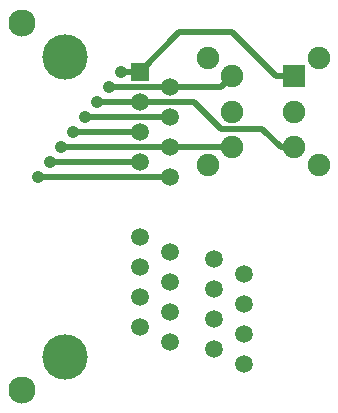
<source format=gtl>
%FSLAX33Y33*%
%MOMM*%
%AMRect-W1500000-H1500000-RO0.500*
21,1,1.5,1.5,0.,0.,270*%
%AMRect-W1900000-H1900000-RO0.500*
21,1,1.9,1.9,0.,0.,270*%
%ADD10C,0.508*%
%ADD11C,1.0668*%
%ADD12C,1.5*%
%ADD13C,3.85*%
%ADD14C,2.3*%
%ADD15Rect-W1500000-H1500000-RO0.500*%
%ADD16C,1.9*%
%ADD17Rect-W1900000-H1900000-RO0.500*%
%ADD18C,1.49*%
D10*
%LNtop copper_traces*%
G01*
X12155Y26810D02*
X4500Y26810D01*
X9500Y33160D02*
X19044Y33160D01*
X12155Y34430D02*
X15475Y37750D01*
X12155Y29350D02*
X6500Y29350D01*
X10500Y34430D02*
X12155Y34430D01*
X24060Y28040D02*
X25224Y28040D01*
X15475Y37750D02*
X19924Y37750D01*
X7500Y30620D02*
X14695Y30620D01*
X16754Y31890D02*
X19044Y29600D01*
X3500Y25540D02*
X14695Y25540D01*
X19924Y37750D02*
X23634Y34040D01*
X5500Y28080D02*
X19884Y28080D01*
X22500Y29600D02*
X24060Y28040D01*
X19044Y33160D02*
X19924Y34040D01*
X23634Y34040D02*
X25224Y34040D01*
X19044Y29600D02*
X22500Y29600D01*
X8500Y31890D02*
X16754Y31890D01*
D11*
X9500Y33160D03*
X6500Y29350D03*
X7500Y30620D03*
X4500Y26810D03*
X8500Y31890D03*
X10500Y34430D03*
X3500Y25540D03*
X5500Y28080D03*
%LNtop copper component 81390542205083f1*%
D12*
X14695Y30620D03*
X14695Y28080D03*
X14695Y25540D03*
X12155Y26810D03*
X12155Y31890D03*
X12155Y29350D03*
X14695Y33160D03*
X12155Y15380D03*
X12155Y12840D03*
X14695Y16650D03*
X14695Y14110D03*
X14695Y11570D03*
X14695Y19190D03*
X12155Y17920D03*
X12155Y20460D03*
D13*
X5805Y35700D03*
X5805Y10300D03*
D14*
X2125Y38500D03*
X2125Y7500D03*
D15*
X12155Y34430D03*
%LNtop copper component 0e1364f0201fcbb8*%
D16*
X25224Y31040D03*
X25224Y28040D03*
X19924Y34040D03*
X19924Y31040D03*
X19924Y28040D03*
X27274Y35540D03*
X27274Y26540D03*
X17874Y35540D03*
X17874Y26540D03*
D17*
X25224Y34040D03*
%LNtop copper component f3fd09079bb1218d*%
D18*
X18384Y10941D03*
X18384Y13481D03*
X18384Y16021D03*
X18384Y18561D03*
X20924Y17291D03*
X20924Y14751D03*
X20924Y12211D03*
X20924Y9671D03*
M02*
</source>
